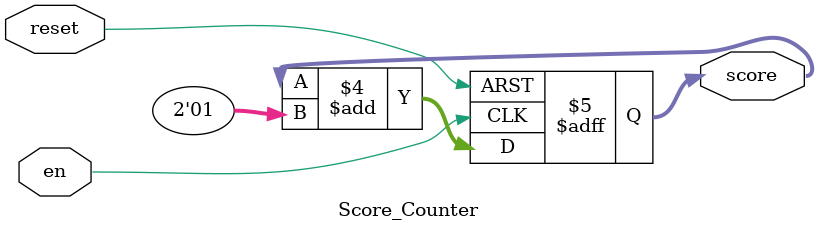
<source format=v>
module Score_Counter (score,en,reset);
input en, reset;
output reg [1:0] score;

always@(negedge reset or posedge en)

	if (reset==0)
		score <= 2'b00;
	else if (en==1)
		score <= score + 2'b01;

endmodule
</source>
